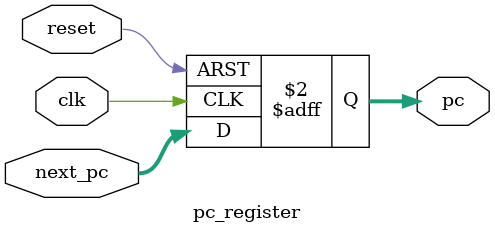
<source format=v>
`timescale 1ns / 1ps


module pc_register(
    input wire clk,
    input wire reset,
    input wire [31:0] next_pc,
    output reg [31:0] pc
);
    always @(posedge clk or posedge reset) begin
        if (reset)
            pc <= 32'h00400000; // Initial PC value at text segment start
        else
            pc <= next_pc;
    end
endmodule
</source>
